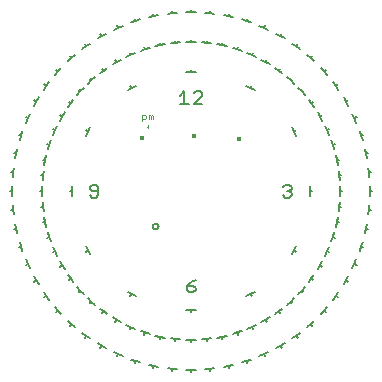
<source format=gto>
G75*
G70*
%OFA0B0*%
%FSLAX24Y24*%
%IPPOS*%
%LPD*%
%AMOC8*
5,1,8,0,0,1.08239X$1,22.5*
%
%ADD10C,0.0080*%
%ADD11C,0.0040*%
%ADD12C,0.0050*%
%ADD13R,0.0118X0.0118*%
%ADD14C,0.0039*%
D10*
X007449Y007325D02*
X007451Y007344D01*
X007456Y007363D01*
X007466Y007379D01*
X007478Y007394D01*
X007493Y007406D01*
X007509Y007416D01*
X007528Y007421D01*
X007547Y007423D01*
X007566Y007421D01*
X007585Y007416D01*
X007601Y007406D01*
X007616Y007394D01*
X007628Y007379D01*
X007638Y007363D01*
X007643Y007344D01*
X007645Y007325D01*
X007643Y007306D01*
X007638Y007287D01*
X007628Y007271D01*
X007616Y007256D01*
X007601Y007244D01*
X007585Y007234D01*
X007566Y007229D01*
X007547Y007227D01*
X007528Y007229D01*
X007509Y007234D01*
X007493Y007244D01*
X007478Y007256D01*
X007466Y007271D01*
X007456Y007287D01*
X007451Y007306D01*
X007449Y007325D01*
X005628Y008356D02*
X005558Y008286D01*
X005418Y008286D01*
X005348Y008356D01*
X005418Y008497D02*
X005628Y008497D01*
X005628Y008637D02*
X005558Y008707D01*
X005418Y008707D01*
X005348Y008637D01*
X005348Y008567D01*
X005418Y008497D01*
X005628Y008356D02*
X005628Y008637D01*
X008368Y011406D02*
X008648Y011406D01*
X008508Y011406D02*
X008508Y011827D01*
X008368Y011687D01*
X008829Y011757D02*
X008899Y011827D01*
X009039Y011827D01*
X009109Y011757D01*
X009109Y011687D01*
X008829Y011406D01*
X009109Y011406D01*
X011868Y008707D02*
X012008Y008707D01*
X012078Y008637D01*
X012078Y008567D01*
X012008Y008497D01*
X012078Y008427D01*
X012078Y008356D01*
X012008Y008286D01*
X011868Y008286D01*
X011798Y008356D01*
X011938Y008497D02*
X012008Y008497D01*
X011798Y008637D02*
X011868Y008707D01*
X008878Y005547D02*
X008738Y005477D01*
X008598Y005337D01*
X008808Y005337D01*
X008878Y005267D01*
X008878Y005196D01*
X008808Y005126D01*
X008668Y005126D01*
X008598Y005196D01*
X008598Y005337D01*
D11*
X007453Y010896D02*
X007453Y010997D01*
X007419Y011030D01*
X007386Y010997D01*
X007386Y010896D01*
X007319Y010896D02*
X007319Y011030D01*
X007353Y011030D01*
X007386Y010997D01*
X007232Y010997D02*
X007232Y010930D01*
X007198Y010896D01*
X007098Y010896D01*
X007098Y010830D02*
X007098Y011030D01*
X007198Y011030D01*
X007232Y010997D01*
D12*
X004299Y004518D02*
X004404Y004401D01*
X004299Y004518D02*
X004240Y004465D01*
X004299Y004518D02*
X004193Y004635D01*
X003999Y004875D02*
X003906Y005003D01*
X003842Y004957D01*
X003906Y005003D02*
X003813Y005130D01*
X003645Y005390D02*
X003566Y005526D01*
X003498Y005487D01*
X003566Y005526D02*
X003487Y005663D01*
X003347Y005938D02*
X003283Y006082D01*
X003211Y006050D01*
X003283Y006082D02*
X003219Y006226D01*
X003108Y006515D02*
X003059Y006665D01*
X002984Y006640D01*
X003059Y006665D02*
X003011Y006814D01*
X002931Y007113D02*
X002898Y007267D01*
X002821Y007251D01*
X002898Y007267D02*
X002865Y007421D01*
X002817Y007727D02*
X002800Y007883D01*
X002722Y007875D01*
X002800Y007883D02*
X002784Y008040D01*
X002768Y008349D02*
X002768Y008506D01*
X002689Y008506D01*
X002768Y008506D02*
X002768Y008664D01*
X002784Y008973D02*
X002800Y009129D01*
X002722Y009138D01*
X002800Y009129D02*
X002817Y009286D01*
X002865Y009592D02*
X002898Y009746D01*
X002821Y009762D01*
X002898Y009746D02*
X002931Y009900D01*
X003011Y010199D02*
X003059Y010348D01*
X002984Y010373D01*
X003059Y010348D02*
X003108Y010498D01*
X003219Y010787D02*
X003283Y010931D01*
X003211Y010963D01*
X003283Y010931D02*
X003347Y011075D01*
X003487Y011350D02*
X003566Y011487D01*
X003498Y011526D01*
X003566Y011487D02*
X003645Y011623D01*
X003813Y011883D02*
X003906Y012010D01*
X003842Y012056D01*
X003906Y012010D02*
X003999Y012137D01*
X004193Y012378D02*
X004299Y012495D01*
X004240Y012548D01*
X004299Y012495D02*
X004404Y012612D01*
X004623Y012831D02*
X004740Y012936D01*
X004687Y012995D01*
X004740Y012936D02*
X004857Y013041D01*
X005097Y013236D02*
X005225Y013329D01*
X005178Y013392D01*
X005225Y013329D02*
X005352Y013421D01*
X005611Y013590D02*
X005748Y013668D01*
X005709Y013737D01*
X005748Y013668D02*
X005884Y013747D01*
X006160Y013888D02*
X006304Y013952D01*
X006272Y014024D01*
X006304Y013952D02*
X006448Y014016D01*
X006736Y014127D02*
X006886Y014175D01*
X006862Y014250D01*
X006886Y014175D02*
X007036Y014224D01*
X007335Y014304D02*
X007489Y014337D01*
X007473Y014414D01*
X007489Y014337D02*
X007643Y014370D01*
X007949Y014418D02*
X008105Y014434D01*
X008097Y014513D01*
X008105Y014434D02*
X008262Y014451D01*
X008571Y014467D02*
X008728Y014467D01*
X008728Y014546D01*
X008728Y014467D02*
X008886Y014467D01*
X009195Y014451D02*
X009351Y014434D01*
X009359Y014513D01*
X009351Y014434D02*
X009508Y014418D01*
X009813Y014370D02*
X009967Y014337D01*
X009984Y014414D01*
X009967Y014337D02*
X010121Y014304D01*
X010420Y014224D02*
X010570Y014175D01*
X010594Y014250D01*
X010570Y014175D02*
X010720Y014127D01*
X011009Y014016D02*
X011153Y013952D01*
X011185Y014024D01*
X011153Y013952D02*
X011296Y013888D01*
X011572Y013747D02*
X011709Y013668D01*
X011748Y013737D01*
X011709Y013668D02*
X011845Y013590D01*
X012104Y013421D02*
X012232Y013329D01*
X012278Y013392D01*
X012232Y013329D02*
X012359Y013236D01*
X012600Y013041D02*
X012717Y012936D01*
X012769Y012995D01*
X012717Y012936D02*
X012834Y012831D01*
X013052Y012612D02*
X013158Y012495D01*
X013216Y012548D01*
X013158Y012495D02*
X013263Y012378D01*
X013458Y012137D02*
X013550Y012010D01*
X013614Y012056D01*
X013550Y012010D02*
X013643Y011883D01*
X013811Y011623D02*
X013890Y011487D01*
X013958Y011526D01*
X013890Y011487D02*
X013969Y011350D01*
X014109Y011075D02*
X014173Y010931D01*
X014245Y010963D01*
X014173Y010931D02*
X014238Y010787D01*
X014348Y010498D02*
X014397Y010348D01*
X014472Y010373D01*
X014397Y010348D02*
X014446Y010199D01*
X014526Y009900D02*
X014559Y009746D01*
X014636Y009762D01*
X014559Y009746D02*
X014591Y009592D01*
X014640Y009286D02*
X014656Y009129D01*
X014734Y009138D01*
X014656Y009129D02*
X014673Y008973D01*
X014689Y008664D02*
X014689Y008506D01*
X014768Y008506D01*
X014689Y008506D02*
X014689Y008349D01*
X014673Y008040D02*
X014656Y007883D01*
X014734Y007875D01*
X014656Y007883D02*
X014640Y007727D01*
X014591Y007421D02*
X014559Y007267D01*
X014636Y007251D01*
X014559Y007267D02*
X014526Y007113D01*
X014446Y006814D02*
X014397Y006665D01*
X014472Y006640D01*
X014397Y006665D02*
X014348Y006515D01*
X014238Y006226D02*
X014173Y006082D01*
X014245Y006050D01*
X014173Y006082D02*
X014109Y005938D01*
X013969Y005663D02*
X013890Y005526D01*
X013958Y005487D01*
X013890Y005526D02*
X013811Y005390D01*
X013643Y005130D02*
X013550Y005003D01*
X013614Y004957D01*
X013550Y005003D02*
X013458Y004875D01*
X013263Y004635D02*
X013158Y004518D01*
X013216Y004465D01*
X013158Y004518D02*
X013052Y004401D01*
X012834Y004182D02*
X012717Y004077D01*
X012769Y004018D01*
X012717Y004077D02*
X012600Y003971D01*
X012359Y003777D02*
X012232Y003684D01*
X012278Y003620D01*
X012232Y003684D02*
X012104Y003592D01*
X011845Y003423D02*
X011709Y003344D01*
X011748Y003276D01*
X011709Y003344D02*
X011572Y003266D01*
X011296Y003125D02*
X011153Y003061D01*
X011185Y002989D01*
X011153Y003061D02*
X011009Y002997D01*
X010720Y002886D02*
X010570Y002838D01*
X010594Y002763D01*
X010570Y002838D02*
X010420Y002789D01*
X010121Y002709D02*
X009967Y002676D01*
X009984Y002599D01*
X009967Y002676D02*
X009813Y002643D01*
X009508Y002595D02*
X009351Y002578D01*
X009359Y002500D01*
X009351Y002578D02*
X009195Y002562D01*
X008886Y002546D02*
X008728Y002546D01*
X008728Y002467D01*
X008728Y002546D02*
X008571Y002546D01*
X008262Y002562D02*
X008105Y002578D01*
X008097Y002500D01*
X008105Y002578D02*
X007949Y002595D01*
X007643Y002643D02*
X007489Y002676D01*
X007473Y002599D01*
X007489Y002676D02*
X007335Y002709D01*
X007036Y002789D02*
X006886Y002838D01*
X006862Y002763D01*
X006886Y002838D02*
X006736Y002886D01*
X006448Y002997D02*
X006304Y003061D01*
X006272Y002989D01*
X006304Y003061D02*
X006160Y003125D01*
X005884Y003266D02*
X005748Y003344D01*
X005709Y003276D01*
X005748Y003344D02*
X005611Y003423D01*
X005352Y003592D02*
X005225Y003684D01*
X005178Y003620D01*
X005225Y003684D02*
X005097Y003777D01*
X004857Y003971D02*
X004740Y004077D01*
X004687Y004018D01*
X004740Y004077D02*
X004623Y004182D01*
X005356Y004761D02*
X005409Y004820D01*
X005292Y004925D01*
X005409Y004820D02*
X005526Y004715D01*
X005685Y004586D02*
X005812Y004493D01*
X005766Y004429D01*
X005812Y004493D02*
X005940Y004401D01*
X006111Y004289D02*
X006248Y004210D01*
X006209Y004142D01*
X006248Y004210D02*
X006384Y004132D01*
X006567Y004039D02*
X006710Y003975D01*
X006678Y003903D01*
X006710Y003975D02*
X006854Y003911D01*
X007045Y003837D02*
X007195Y003789D01*
X007171Y003714D01*
X007195Y003789D02*
X007345Y003740D01*
X007543Y003687D02*
X007697Y003654D01*
X007680Y003577D01*
X007697Y003654D02*
X007851Y003621D01*
X008053Y003589D02*
X008210Y003573D01*
X008201Y003495D01*
X008210Y003573D02*
X008366Y003557D01*
X008571Y003546D02*
X008728Y003546D01*
X008728Y003467D01*
X008728Y003546D02*
X008886Y003546D01*
X009090Y003557D02*
X009247Y003573D01*
X009255Y003495D01*
X009247Y003573D02*
X009403Y003589D01*
X009606Y003621D02*
X009760Y003654D01*
X009776Y003577D01*
X009760Y003654D02*
X009914Y003687D01*
X010111Y003740D02*
X010261Y003789D01*
X010285Y003714D01*
X010261Y003789D02*
X010411Y003837D01*
X010602Y003911D02*
X010746Y003975D01*
X010778Y003903D01*
X010746Y003975D02*
X010890Y004039D01*
X011072Y004132D02*
X011209Y004210D01*
X011248Y004142D01*
X011209Y004210D02*
X011345Y004289D01*
X011517Y004401D02*
X011644Y004493D01*
X011690Y004429D01*
X011644Y004493D02*
X011771Y004586D01*
X011930Y004715D02*
X012047Y004820D01*
X012100Y004761D01*
X012047Y004820D02*
X012165Y004925D01*
X012309Y005070D02*
X012415Y005187D01*
X012473Y005134D01*
X012415Y005187D02*
X012520Y005304D01*
X012649Y005463D02*
X012741Y005591D01*
X012805Y005544D01*
X012741Y005591D02*
X012834Y005718D01*
X012945Y005890D02*
X013024Y006026D01*
X013092Y005987D01*
X013024Y006026D02*
X013103Y006163D01*
X013196Y006345D02*
X013260Y006489D01*
X013332Y006457D01*
X013260Y006489D02*
X013324Y006633D01*
X013397Y006824D02*
X013446Y006974D01*
X013521Y006949D01*
X013446Y006974D02*
X013495Y007123D01*
X013548Y007321D02*
X013580Y007475D01*
X013657Y007459D01*
X013580Y007475D02*
X013613Y007629D01*
X013645Y007831D02*
X013662Y007988D01*
X013740Y007980D01*
X013662Y007988D02*
X013678Y008145D01*
X013689Y008349D02*
X013689Y008506D01*
X013768Y008506D01*
X013689Y008506D02*
X013689Y008664D01*
X013678Y008868D02*
X013662Y009025D01*
X013740Y009033D01*
X013662Y009025D02*
X013645Y009182D01*
X013613Y009384D02*
X013580Y009538D01*
X013657Y009554D01*
X013580Y009538D02*
X013548Y009692D01*
X013495Y009890D02*
X013446Y010039D01*
X013521Y010064D01*
X013446Y010039D02*
X013397Y010189D01*
X013324Y010380D02*
X013260Y010524D01*
X013332Y010556D01*
X013260Y010524D02*
X013196Y010668D01*
X013103Y010850D02*
X013024Y010987D01*
X013092Y011026D01*
X013024Y010987D02*
X012945Y011123D01*
X012834Y011295D02*
X012741Y011422D01*
X012805Y011469D01*
X012741Y011422D02*
X012649Y011550D01*
X012520Y011709D02*
X012415Y011826D01*
X012473Y011878D01*
X012415Y011826D02*
X012309Y011943D01*
X012165Y012088D02*
X012047Y012193D01*
X012100Y012251D01*
X012047Y012193D02*
X011930Y012298D01*
X011771Y012427D02*
X011644Y012520D01*
X011690Y012583D01*
X011644Y012520D02*
X011517Y012612D01*
X011345Y012724D02*
X011209Y012802D01*
X011248Y012871D01*
X011209Y012802D02*
X011072Y012881D01*
X010890Y012974D02*
X010746Y013038D01*
X010778Y013110D01*
X010746Y013038D02*
X010602Y013102D01*
X010411Y013176D02*
X010261Y013224D01*
X010285Y013299D01*
X010261Y013224D02*
X010111Y013273D01*
X009914Y013326D02*
X009760Y013359D01*
X009776Y013436D01*
X009760Y013359D02*
X009606Y013391D01*
X009403Y013423D02*
X009247Y013440D01*
X009255Y013518D01*
X009247Y013440D02*
X009090Y013456D01*
X008886Y013467D02*
X008728Y013467D01*
X008728Y013546D01*
X008728Y013467D02*
X008571Y013467D01*
X008366Y013456D02*
X008210Y013440D01*
X008201Y013518D01*
X008210Y013440D02*
X008053Y013423D01*
X007851Y013391D02*
X007697Y013359D01*
X007680Y013436D01*
X007697Y013359D02*
X007543Y013326D01*
X007345Y013273D02*
X007195Y013224D01*
X007171Y013299D01*
X007195Y013224D02*
X007045Y013176D01*
X006854Y013102D02*
X006710Y013038D01*
X006678Y013110D01*
X006710Y013038D02*
X006567Y012974D01*
X006384Y012881D02*
X006248Y012802D01*
X006209Y012871D01*
X006248Y012802D02*
X006111Y012724D01*
X005940Y012612D02*
X005812Y012520D01*
X005766Y012583D01*
X005812Y012520D02*
X005685Y012427D01*
X005526Y012298D02*
X005409Y012193D01*
X005356Y012251D01*
X005409Y012193D02*
X005292Y012088D01*
X005147Y011943D02*
X005042Y011826D01*
X004983Y011878D01*
X005042Y011826D02*
X004936Y011709D01*
X004808Y011550D02*
X004715Y011422D01*
X004651Y011469D01*
X004715Y011422D02*
X004622Y011295D01*
X004511Y011123D02*
X004432Y010987D01*
X004364Y011026D01*
X004432Y010987D02*
X004353Y010850D01*
X004260Y010668D02*
X004196Y010524D01*
X004124Y010556D01*
X004196Y010524D02*
X004132Y010380D01*
X004059Y010189D02*
X004010Y010039D01*
X003935Y010064D01*
X004010Y010039D02*
X003962Y009890D01*
X003909Y009692D02*
X003876Y009538D01*
X003799Y009554D01*
X003876Y009538D02*
X003843Y009384D01*
X003811Y009182D02*
X003795Y009025D01*
X003716Y009033D01*
X003795Y009025D02*
X003778Y008868D01*
X003768Y008664D02*
X003768Y008506D01*
X003689Y008506D01*
X003768Y008506D02*
X003768Y008349D01*
X003778Y008145D02*
X003795Y007988D01*
X003716Y007980D01*
X003795Y007988D02*
X003811Y007831D01*
X003843Y007629D02*
X003876Y007475D01*
X003799Y007459D01*
X003876Y007475D02*
X003909Y007321D01*
X003962Y007123D02*
X004010Y006974D01*
X003935Y006949D01*
X004010Y006974D02*
X004059Y006824D01*
X004132Y006633D02*
X004196Y006489D01*
X004124Y006457D01*
X004196Y006489D02*
X004260Y006345D01*
X004353Y006163D02*
X004432Y006026D01*
X004364Y005987D01*
X004432Y006026D02*
X004511Y005890D01*
X004622Y005718D02*
X004715Y005591D01*
X004651Y005544D01*
X004715Y005591D02*
X004808Y005463D01*
X004936Y005304D02*
X005042Y005187D01*
X004983Y005134D01*
X005042Y005187D02*
X005147Y005070D01*
X005377Y006390D02*
X005298Y006526D01*
X005230Y006487D01*
X005298Y006526D02*
X005219Y006663D01*
X006611Y005155D02*
X006748Y005076D01*
X006709Y005008D01*
X006748Y005076D02*
X006884Y004998D01*
X008571Y004546D02*
X008728Y004546D01*
X008728Y004467D01*
X008728Y004546D02*
X008886Y004546D01*
X010572Y004998D02*
X010709Y005076D01*
X010748Y005008D01*
X010709Y005076D02*
X010845Y005155D01*
X012079Y006390D02*
X012158Y006526D01*
X012226Y006487D01*
X012158Y006526D02*
X012237Y006663D01*
X012689Y008349D02*
X012689Y008506D01*
X012768Y008506D01*
X012689Y008506D02*
X012689Y008664D01*
X012237Y010350D02*
X012158Y010487D01*
X012226Y010526D01*
X012158Y010487D02*
X012079Y010623D01*
X010845Y011858D02*
X010709Y011936D01*
X010748Y012005D01*
X010709Y011936D02*
X010572Y012015D01*
X008886Y012467D02*
X008728Y012467D01*
X008728Y012546D01*
X008728Y012467D02*
X008571Y012467D01*
X006884Y012015D02*
X006748Y011936D01*
X006709Y012005D01*
X006748Y011936D02*
X006611Y011858D01*
X005377Y010623D02*
X005298Y010487D01*
X005230Y010526D01*
X005298Y010487D02*
X005219Y010350D01*
X004768Y008664D02*
X004768Y008506D01*
X004689Y008506D01*
X004768Y008506D02*
X004768Y008349D01*
D13*
X007108Y010286D03*
X008828Y010326D03*
X010338Y010246D03*
D14*
X007280Y010603D02*
X007280Y010646D01*
X007245Y010646D01*
X007280Y010646D02*
X007280Y010694D01*
M02*

</source>
